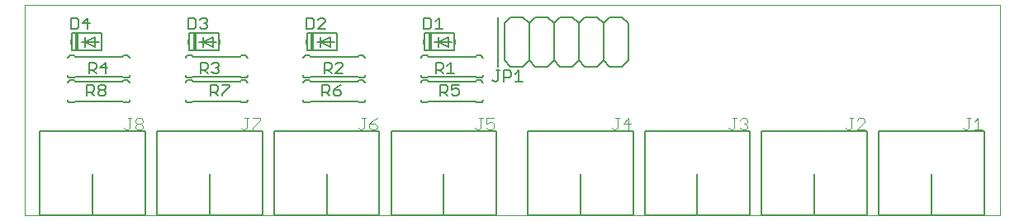
<source format=gto>
G75*
%MOIN*%
%OFA0B0*%
%FSLAX25Y25*%
%IPPOS*%
%LPD*%
%AMOC8*
5,1,8,0,0,1.08239X$1,22.5*
%
%ADD10C,0.00000*%
%ADD11C,0.00600*%
%ADD12C,0.00500*%
%ADD13R,0.01500X0.07000*%
%ADD14R,0.00500X0.02000*%
%ADD15C,0.00400*%
D10*
X0001000Y0001250D02*
X0001000Y0086211D01*
X0394701Y0086211D01*
X0394701Y0001250D01*
X0001000Y0001250D01*
D11*
X0019500Y0046750D02*
X0021000Y0046750D01*
X0021500Y0047250D01*
X0040500Y0047250D01*
X0041000Y0046750D01*
X0042500Y0046750D01*
X0042560Y0046752D01*
X0042621Y0046757D01*
X0042680Y0046766D01*
X0042739Y0046779D01*
X0042798Y0046795D01*
X0042855Y0046815D01*
X0042910Y0046838D01*
X0042965Y0046865D01*
X0043017Y0046894D01*
X0043068Y0046927D01*
X0043117Y0046963D01*
X0043163Y0047001D01*
X0043207Y0047043D01*
X0043249Y0047087D01*
X0043287Y0047133D01*
X0043323Y0047182D01*
X0043356Y0047233D01*
X0043385Y0047285D01*
X0043412Y0047340D01*
X0043435Y0047395D01*
X0043455Y0047452D01*
X0043471Y0047511D01*
X0043484Y0047570D01*
X0043493Y0047629D01*
X0043498Y0047690D01*
X0043500Y0047750D01*
X0066000Y0047750D02*
X0066002Y0047690D01*
X0066007Y0047629D01*
X0066016Y0047570D01*
X0066029Y0047511D01*
X0066045Y0047452D01*
X0066065Y0047395D01*
X0066088Y0047340D01*
X0066115Y0047285D01*
X0066144Y0047233D01*
X0066177Y0047182D01*
X0066213Y0047133D01*
X0066251Y0047087D01*
X0066293Y0047043D01*
X0066337Y0047001D01*
X0066383Y0046963D01*
X0066432Y0046927D01*
X0066483Y0046894D01*
X0066535Y0046865D01*
X0066590Y0046838D01*
X0066645Y0046815D01*
X0066702Y0046795D01*
X0066761Y0046779D01*
X0066820Y0046766D01*
X0066879Y0046757D01*
X0066940Y0046752D01*
X0067000Y0046750D01*
X0068500Y0046750D01*
X0069000Y0047250D01*
X0088000Y0047250D01*
X0088500Y0046750D01*
X0090000Y0046750D01*
X0090060Y0046752D01*
X0090121Y0046757D01*
X0090180Y0046766D01*
X0090239Y0046779D01*
X0090298Y0046795D01*
X0090355Y0046815D01*
X0090410Y0046838D01*
X0090465Y0046865D01*
X0090517Y0046894D01*
X0090568Y0046927D01*
X0090617Y0046963D01*
X0090663Y0047001D01*
X0090707Y0047043D01*
X0090749Y0047087D01*
X0090787Y0047133D01*
X0090823Y0047182D01*
X0090856Y0047233D01*
X0090885Y0047285D01*
X0090912Y0047340D01*
X0090935Y0047395D01*
X0090955Y0047452D01*
X0090971Y0047511D01*
X0090984Y0047570D01*
X0090993Y0047629D01*
X0090998Y0047690D01*
X0091000Y0047750D01*
X0113500Y0047750D02*
X0113502Y0047690D01*
X0113507Y0047629D01*
X0113516Y0047570D01*
X0113529Y0047511D01*
X0113545Y0047452D01*
X0113565Y0047395D01*
X0113588Y0047340D01*
X0113615Y0047285D01*
X0113644Y0047233D01*
X0113677Y0047182D01*
X0113713Y0047133D01*
X0113751Y0047087D01*
X0113793Y0047043D01*
X0113837Y0047001D01*
X0113883Y0046963D01*
X0113932Y0046927D01*
X0113983Y0046894D01*
X0114035Y0046865D01*
X0114090Y0046838D01*
X0114145Y0046815D01*
X0114202Y0046795D01*
X0114261Y0046779D01*
X0114320Y0046766D01*
X0114379Y0046757D01*
X0114440Y0046752D01*
X0114500Y0046750D01*
X0116000Y0046750D01*
X0116500Y0047250D01*
X0135500Y0047250D01*
X0136000Y0046750D01*
X0137500Y0046750D01*
X0137560Y0046752D01*
X0137621Y0046757D01*
X0137680Y0046766D01*
X0137739Y0046779D01*
X0137798Y0046795D01*
X0137855Y0046815D01*
X0137910Y0046838D01*
X0137965Y0046865D01*
X0138017Y0046894D01*
X0138068Y0046927D01*
X0138117Y0046963D01*
X0138163Y0047001D01*
X0138207Y0047043D01*
X0138249Y0047087D01*
X0138287Y0047133D01*
X0138323Y0047182D01*
X0138356Y0047233D01*
X0138385Y0047285D01*
X0138412Y0047340D01*
X0138435Y0047395D01*
X0138455Y0047452D01*
X0138471Y0047511D01*
X0138484Y0047570D01*
X0138493Y0047629D01*
X0138498Y0047690D01*
X0138500Y0047750D01*
X0161000Y0047750D02*
X0161002Y0047690D01*
X0161007Y0047629D01*
X0161016Y0047570D01*
X0161029Y0047511D01*
X0161045Y0047452D01*
X0161065Y0047395D01*
X0161088Y0047340D01*
X0161115Y0047285D01*
X0161144Y0047233D01*
X0161177Y0047182D01*
X0161213Y0047133D01*
X0161251Y0047087D01*
X0161293Y0047043D01*
X0161337Y0047001D01*
X0161383Y0046963D01*
X0161432Y0046927D01*
X0161483Y0046894D01*
X0161535Y0046865D01*
X0161590Y0046838D01*
X0161645Y0046815D01*
X0161702Y0046795D01*
X0161761Y0046779D01*
X0161820Y0046766D01*
X0161879Y0046757D01*
X0161940Y0046752D01*
X0162000Y0046750D01*
X0163500Y0046750D01*
X0164000Y0047250D01*
X0183000Y0047250D01*
X0183500Y0046750D01*
X0185000Y0046750D01*
X0185060Y0046752D01*
X0185121Y0046757D01*
X0185180Y0046766D01*
X0185239Y0046779D01*
X0185298Y0046795D01*
X0185355Y0046815D01*
X0185410Y0046838D01*
X0185465Y0046865D01*
X0185517Y0046894D01*
X0185568Y0046927D01*
X0185617Y0046963D01*
X0185663Y0047001D01*
X0185707Y0047043D01*
X0185749Y0047087D01*
X0185787Y0047133D01*
X0185823Y0047182D01*
X0185856Y0047233D01*
X0185885Y0047285D01*
X0185912Y0047340D01*
X0185935Y0047395D01*
X0185955Y0047452D01*
X0185971Y0047511D01*
X0185984Y0047570D01*
X0185993Y0047629D01*
X0185998Y0047690D01*
X0186000Y0047750D01*
X0186000Y0054750D02*
X0185998Y0054810D01*
X0185993Y0054871D01*
X0185984Y0054930D01*
X0185971Y0054989D01*
X0185955Y0055048D01*
X0185935Y0055105D01*
X0185912Y0055160D01*
X0185885Y0055215D01*
X0185856Y0055267D01*
X0185823Y0055318D01*
X0185787Y0055367D01*
X0185749Y0055413D01*
X0185707Y0055457D01*
X0185663Y0055499D01*
X0185617Y0055537D01*
X0185568Y0055573D01*
X0185517Y0055606D01*
X0185465Y0055635D01*
X0185410Y0055662D01*
X0185355Y0055685D01*
X0185298Y0055705D01*
X0185239Y0055721D01*
X0185180Y0055734D01*
X0185121Y0055743D01*
X0185060Y0055748D01*
X0185000Y0055750D01*
X0183500Y0055750D01*
X0183000Y0055250D01*
X0164000Y0055250D01*
X0163500Y0055750D01*
X0162000Y0055750D01*
X0161940Y0055748D01*
X0161879Y0055743D01*
X0161820Y0055734D01*
X0161761Y0055721D01*
X0161702Y0055705D01*
X0161645Y0055685D01*
X0161590Y0055662D01*
X0161535Y0055635D01*
X0161483Y0055606D01*
X0161432Y0055573D01*
X0161383Y0055537D01*
X0161337Y0055499D01*
X0161293Y0055457D01*
X0161251Y0055413D01*
X0161213Y0055367D01*
X0161177Y0055318D01*
X0161144Y0055267D01*
X0161115Y0055215D01*
X0161088Y0055160D01*
X0161065Y0055105D01*
X0161045Y0055048D01*
X0161029Y0054989D01*
X0161016Y0054930D01*
X0161007Y0054871D01*
X0161002Y0054810D01*
X0161000Y0054750D01*
X0162000Y0056750D02*
X0163500Y0056750D01*
X0164000Y0057250D01*
X0183000Y0057250D01*
X0183500Y0056750D01*
X0185000Y0056750D01*
X0185060Y0056752D01*
X0185121Y0056757D01*
X0185180Y0056766D01*
X0185239Y0056779D01*
X0185298Y0056795D01*
X0185355Y0056815D01*
X0185410Y0056838D01*
X0185465Y0056865D01*
X0185517Y0056894D01*
X0185568Y0056927D01*
X0185617Y0056963D01*
X0185663Y0057001D01*
X0185707Y0057043D01*
X0185749Y0057087D01*
X0185787Y0057133D01*
X0185823Y0057182D01*
X0185856Y0057233D01*
X0185885Y0057285D01*
X0185912Y0057340D01*
X0185935Y0057395D01*
X0185955Y0057452D01*
X0185971Y0057511D01*
X0185984Y0057570D01*
X0185993Y0057629D01*
X0185998Y0057690D01*
X0186000Y0057750D01*
X0194701Y0063750D02*
X0197201Y0061250D01*
X0202201Y0061250D01*
X0204701Y0063750D01*
X0204701Y0078750D01*
X0207201Y0081250D01*
X0212201Y0081250D01*
X0214701Y0078750D01*
X0214701Y0063750D01*
X0217201Y0061250D01*
X0222201Y0061250D01*
X0224701Y0063750D01*
X0224701Y0078750D01*
X0227201Y0081250D01*
X0232201Y0081250D01*
X0234701Y0078750D01*
X0237201Y0081250D01*
X0242201Y0081250D01*
X0244701Y0078750D01*
X0244701Y0063750D01*
X0242201Y0061250D01*
X0237201Y0061250D01*
X0234701Y0063750D01*
X0234701Y0078750D01*
X0224701Y0078750D02*
X0222201Y0081250D01*
X0217201Y0081250D01*
X0214701Y0078750D01*
X0204701Y0078750D02*
X0202201Y0081250D01*
X0197201Y0081250D01*
X0194701Y0078750D01*
X0194701Y0063750D01*
X0204701Y0063750D02*
X0207201Y0061250D01*
X0212201Y0061250D01*
X0214701Y0063750D01*
X0224701Y0063750D02*
X0227201Y0061250D01*
X0232201Y0061250D01*
X0234701Y0063750D01*
X0186000Y0064750D02*
X0185998Y0064810D01*
X0185993Y0064871D01*
X0185984Y0064930D01*
X0185971Y0064989D01*
X0185955Y0065048D01*
X0185935Y0065105D01*
X0185912Y0065160D01*
X0185885Y0065215D01*
X0185856Y0065267D01*
X0185823Y0065318D01*
X0185787Y0065367D01*
X0185749Y0065413D01*
X0185707Y0065457D01*
X0185663Y0065499D01*
X0185617Y0065537D01*
X0185568Y0065573D01*
X0185517Y0065606D01*
X0185465Y0065635D01*
X0185410Y0065662D01*
X0185355Y0065685D01*
X0185298Y0065705D01*
X0185239Y0065721D01*
X0185180Y0065734D01*
X0185121Y0065743D01*
X0185060Y0065748D01*
X0185000Y0065750D01*
X0183500Y0065750D01*
X0183000Y0065250D01*
X0164000Y0065250D01*
X0163500Y0065750D01*
X0162000Y0065750D01*
X0161940Y0065748D01*
X0161879Y0065743D01*
X0161820Y0065734D01*
X0161761Y0065721D01*
X0161702Y0065705D01*
X0161645Y0065685D01*
X0161590Y0065662D01*
X0161535Y0065635D01*
X0161483Y0065606D01*
X0161432Y0065573D01*
X0161383Y0065537D01*
X0161337Y0065499D01*
X0161293Y0065457D01*
X0161251Y0065413D01*
X0161213Y0065367D01*
X0161177Y0065318D01*
X0161144Y0065267D01*
X0161115Y0065215D01*
X0161088Y0065160D01*
X0161065Y0065105D01*
X0161045Y0065048D01*
X0161029Y0064989D01*
X0161016Y0064930D01*
X0161007Y0064871D01*
X0161002Y0064810D01*
X0161000Y0064750D01*
X0162500Y0067750D02*
X0162500Y0074750D01*
X0174500Y0074750D01*
X0174500Y0067750D01*
X0162500Y0067750D01*
X0168000Y0069250D02*
X0168000Y0071250D01*
X0168000Y0073250D01*
X0168000Y0071250D02*
X0172000Y0073250D01*
X0172000Y0069250D01*
X0168000Y0071250D01*
X0173500Y0071250D01*
X0168000Y0071250D02*
X0166500Y0071250D01*
X0137500Y0065750D02*
X0136000Y0065750D01*
X0135500Y0065250D01*
X0116500Y0065250D01*
X0116000Y0065750D01*
X0114500Y0065750D01*
X0114440Y0065748D01*
X0114379Y0065743D01*
X0114320Y0065734D01*
X0114261Y0065721D01*
X0114202Y0065705D01*
X0114145Y0065685D01*
X0114090Y0065662D01*
X0114035Y0065635D01*
X0113983Y0065606D01*
X0113932Y0065573D01*
X0113883Y0065537D01*
X0113837Y0065499D01*
X0113793Y0065457D01*
X0113751Y0065413D01*
X0113713Y0065367D01*
X0113677Y0065318D01*
X0113644Y0065267D01*
X0113615Y0065215D01*
X0113588Y0065160D01*
X0113565Y0065105D01*
X0113545Y0065048D01*
X0113529Y0064989D01*
X0113516Y0064930D01*
X0113507Y0064871D01*
X0113502Y0064810D01*
X0113500Y0064750D01*
X0115000Y0067750D02*
X0115000Y0074750D01*
X0127000Y0074750D01*
X0127000Y0067750D01*
X0115000Y0067750D01*
X0120500Y0069250D02*
X0120500Y0071250D01*
X0120500Y0073250D01*
X0120500Y0071250D02*
X0124500Y0073250D01*
X0124500Y0069250D01*
X0120500Y0071250D01*
X0126000Y0071250D01*
X0120500Y0071250D02*
X0119000Y0071250D01*
X0137500Y0065750D02*
X0137560Y0065748D01*
X0137621Y0065743D01*
X0137680Y0065734D01*
X0137739Y0065721D01*
X0137798Y0065705D01*
X0137855Y0065685D01*
X0137910Y0065662D01*
X0137965Y0065635D01*
X0138017Y0065606D01*
X0138068Y0065573D01*
X0138117Y0065537D01*
X0138163Y0065499D01*
X0138207Y0065457D01*
X0138249Y0065413D01*
X0138287Y0065367D01*
X0138323Y0065318D01*
X0138356Y0065267D01*
X0138385Y0065215D01*
X0138412Y0065160D01*
X0138435Y0065105D01*
X0138455Y0065048D01*
X0138471Y0064989D01*
X0138484Y0064930D01*
X0138493Y0064871D01*
X0138498Y0064810D01*
X0138500Y0064750D01*
X0138500Y0057750D02*
X0138498Y0057690D01*
X0138493Y0057629D01*
X0138484Y0057570D01*
X0138471Y0057511D01*
X0138455Y0057452D01*
X0138435Y0057395D01*
X0138412Y0057340D01*
X0138385Y0057285D01*
X0138356Y0057233D01*
X0138323Y0057182D01*
X0138287Y0057133D01*
X0138249Y0057087D01*
X0138207Y0057043D01*
X0138163Y0057001D01*
X0138117Y0056963D01*
X0138068Y0056927D01*
X0138017Y0056894D01*
X0137965Y0056865D01*
X0137910Y0056838D01*
X0137855Y0056815D01*
X0137798Y0056795D01*
X0137739Y0056779D01*
X0137680Y0056766D01*
X0137621Y0056757D01*
X0137560Y0056752D01*
X0137500Y0056750D01*
X0136000Y0056750D01*
X0135500Y0057250D01*
X0116500Y0057250D01*
X0116000Y0056750D01*
X0114500Y0056750D01*
X0114440Y0056752D01*
X0114379Y0056757D01*
X0114320Y0056766D01*
X0114261Y0056779D01*
X0114202Y0056795D01*
X0114145Y0056815D01*
X0114090Y0056838D01*
X0114035Y0056865D01*
X0113983Y0056894D01*
X0113932Y0056927D01*
X0113883Y0056963D01*
X0113837Y0057001D01*
X0113793Y0057043D01*
X0113751Y0057087D01*
X0113713Y0057133D01*
X0113677Y0057182D01*
X0113644Y0057233D01*
X0113615Y0057285D01*
X0113588Y0057340D01*
X0113565Y0057395D01*
X0113545Y0057452D01*
X0113529Y0057511D01*
X0113516Y0057570D01*
X0113507Y0057629D01*
X0113502Y0057690D01*
X0113500Y0057750D01*
X0114500Y0055750D02*
X0116000Y0055750D01*
X0116500Y0055250D01*
X0135500Y0055250D01*
X0136000Y0055750D01*
X0137500Y0055750D01*
X0137560Y0055748D01*
X0137621Y0055743D01*
X0137680Y0055734D01*
X0137739Y0055721D01*
X0137798Y0055705D01*
X0137855Y0055685D01*
X0137910Y0055662D01*
X0137965Y0055635D01*
X0138017Y0055606D01*
X0138068Y0055573D01*
X0138117Y0055537D01*
X0138163Y0055499D01*
X0138207Y0055457D01*
X0138249Y0055413D01*
X0138287Y0055367D01*
X0138323Y0055318D01*
X0138356Y0055267D01*
X0138385Y0055215D01*
X0138412Y0055160D01*
X0138435Y0055105D01*
X0138455Y0055048D01*
X0138471Y0054989D01*
X0138484Y0054930D01*
X0138493Y0054871D01*
X0138498Y0054810D01*
X0138500Y0054750D01*
X0161000Y0057750D02*
X0161002Y0057690D01*
X0161007Y0057629D01*
X0161016Y0057570D01*
X0161029Y0057511D01*
X0161045Y0057452D01*
X0161065Y0057395D01*
X0161088Y0057340D01*
X0161115Y0057285D01*
X0161144Y0057233D01*
X0161177Y0057182D01*
X0161213Y0057133D01*
X0161251Y0057087D01*
X0161293Y0057043D01*
X0161337Y0057001D01*
X0161383Y0056963D01*
X0161432Y0056927D01*
X0161483Y0056894D01*
X0161535Y0056865D01*
X0161590Y0056838D01*
X0161645Y0056815D01*
X0161702Y0056795D01*
X0161761Y0056779D01*
X0161820Y0056766D01*
X0161879Y0056757D01*
X0161940Y0056752D01*
X0162000Y0056750D01*
X0114500Y0055750D02*
X0114440Y0055748D01*
X0114379Y0055743D01*
X0114320Y0055734D01*
X0114261Y0055721D01*
X0114202Y0055705D01*
X0114145Y0055685D01*
X0114090Y0055662D01*
X0114035Y0055635D01*
X0113983Y0055606D01*
X0113932Y0055573D01*
X0113883Y0055537D01*
X0113837Y0055499D01*
X0113793Y0055457D01*
X0113751Y0055413D01*
X0113713Y0055367D01*
X0113677Y0055318D01*
X0113644Y0055267D01*
X0113615Y0055215D01*
X0113588Y0055160D01*
X0113565Y0055105D01*
X0113545Y0055048D01*
X0113529Y0054989D01*
X0113516Y0054930D01*
X0113507Y0054871D01*
X0113502Y0054810D01*
X0113500Y0054750D01*
X0091000Y0054750D02*
X0090998Y0054810D01*
X0090993Y0054871D01*
X0090984Y0054930D01*
X0090971Y0054989D01*
X0090955Y0055048D01*
X0090935Y0055105D01*
X0090912Y0055160D01*
X0090885Y0055215D01*
X0090856Y0055267D01*
X0090823Y0055318D01*
X0090787Y0055367D01*
X0090749Y0055413D01*
X0090707Y0055457D01*
X0090663Y0055499D01*
X0090617Y0055537D01*
X0090568Y0055573D01*
X0090517Y0055606D01*
X0090465Y0055635D01*
X0090410Y0055662D01*
X0090355Y0055685D01*
X0090298Y0055705D01*
X0090239Y0055721D01*
X0090180Y0055734D01*
X0090121Y0055743D01*
X0090060Y0055748D01*
X0090000Y0055750D01*
X0088500Y0055750D01*
X0088000Y0055250D01*
X0069000Y0055250D01*
X0068500Y0055750D01*
X0067000Y0055750D01*
X0066940Y0055748D01*
X0066879Y0055743D01*
X0066820Y0055734D01*
X0066761Y0055721D01*
X0066702Y0055705D01*
X0066645Y0055685D01*
X0066590Y0055662D01*
X0066535Y0055635D01*
X0066483Y0055606D01*
X0066432Y0055573D01*
X0066383Y0055537D01*
X0066337Y0055499D01*
X0066293Y0055457D01*
X0066251Y0055413D01*
X0066213Y0055367D01*
X0066177Y0055318D01*
X0066144Y0055267D01*
X0066115Y0055215D01*
X0066088Y0055160D01*
X0066065Y0055105D01*
X0066045Y0055048D01*
X0066029Y0054989D01*
X0066016Y0054930D01*
X0066007Y0054871D01*
X0066002Y0054810D01*
X0066000Y0054750D01*
X0067000Y0056750D02*
X0068500Y0056750D01*
X0069000Y0057250D01*
X0088000Y0057250D01*
X0088500Y0056750D01*
X0090000Y0056750D01*
X0090060Y0056752D01*
X0090121Y0056757D01*
X0090180Y0056766D01*
X0090239Y0056779D01*
X0090298Y0056795D01*
X0090355Y0056815D01*
X0090410Y0056838D01*
X0090465Y0056865D01*
X0090517Y0056894D01*
X0090568Y0056927D01*
X0090617Y0056963D01*
X0090663Y0057001D01*
X0090707Y0057043D01*
X0090749Y0057087D01*
X0090787Y0057133D01*
X0090823Y0057182D01*
X0090856Y0057233D01*
X0090885Y0057285D01*
X0090912Y0057340D01*
X0090935Y0057395D01*
X0090955Y0057452D01*
X0090971Y0057511D01*
X0090984Y0057570D01*
X0090993Y0057629D01*
X0090998Y0057690D01*
X0091000Y0057750D01*
X0067000Y0056750D02*
X0066940Y0056752D01*
X0066879Y0056757D01*
X0066820Y0056766D01*
X0066761Y0056779D01*
X0066702Y0056795D01*
X0066645Y0056815D01*
X0066590Y0056838D01*
X0066535Y0056865D01*
X0066483Y0056894D01*
X0066432Y0056927D01*
X0066383Y0056963D01*
X0066337Y0057001D01*
X0066293Y0057043D01*
X0066251Y0057087D01*
X0066213Y0057133D01*
X0066177Y0057182D01*
X0066144Y0057233D01*
X0066115Y0057285D01*
X0066088Y0057340D01*
X0066065Y0057395D01*
X0066045Y0057452D01*
X0066029Y0057511D01*
X0066016Y0057570D01*
X0066007Y0057629D01*
X0066002Y0057690D01*
X0066000Y0057750D01*
X0043500Y0057750D02*
X0043498Y0057690D01*
X0043493Y0057629D01*
X0043484Y0057570D01*
X0043471Y0057511D01*
X0043455Y0057452D01*
X0043435Y0057395D01*
X0043412Y0057340D01*
X0043385Y0057285D01*
X0043356Y0057233D01*
X0043323Y0057182D01*
X0043287Y0057133D01*
X0043249Y0057087D01*
X0043207Y0057043D01*
X0043163Y0057001D01*
X0043117Y0056963D01*
X0043068Y0056927D01*
X0043017Y0056894D01*
X0042965Y0056865D01*
X0042910Y0056838D01*
X0042855Y0056815D01*
X0042798Y0056795D01*
X0042739Y0056779D01*
X0042680Y0056766D01*
X0042621Y0056757D01*
X0042560Y0056752D01*
X0042500Y0056750D01*
X0041000Y0056750D01*
X0040500Y0057250D01*
X0021500Y0057250D01*
X0021000Y0056750D01*
X0019500Y0056750D01*
X0019440Y0056752D01*
X0019379Y0056757D01*
X0019320Y0056766D01*
X0019261Y0056779D01*
X0019202Y0056795D01*
X0019145Y0056815D01*
X0019090Y0056838D01*
X0019035Y0056865D01*
X0018983Y0056894D01*
X0018932Y0056927D01*
X0018883Y0056963D01*
X0018837Y0057001D01*
X0018793Y0057043D01*
X0018751Y0057087D01*
X0018713Y0057133D01*
X0018677Y0057182D01*
X0018644Y0057233D01*
X0018615Y0057285D01*
X0018588Y0057340D01*
X0018565Y0057395D01*
X0018545Y0057452D01*
X0018529Y0057511D01*
X0018516Y0057570D01*
X0018507Y0057629D01*
X0018502Y0057690D01*
X0018500Y0057750D01*
X0019500Y0055750D02*
X0021000Y0055750D01*
X0021500Y0055250D01*
X0040500Y0055250D01*
X0041000Y0055750D01*
X0042500Y0055750D01*
X0042560Y0055748D01*
X0042621Y0055743D01*
X0042680Y0055734D01*
X0042739Y0055721D01*
X0042798Y0055705D01*
X0042855Y0055685D01*
X0042910Y0055662D01*
X0042965Y0055635D01*
X0043017Y0055606D01*
X0043068Y0055573D01*
X0043117Y0055537D01*
X0043163Y0055499D01*
X0043207Y0055457D01*
X0043249Y0055413D01*
X0043287Y0055367D01*
X0043323Y0055318D01*
X0043356Y0055267D01*
X0043385Y0055215D01*
X0043412Y0055160D01*
X0043435Y0055105D01*
X0043455Y0055048D01*
X0043471Y0054989D01*
X0043484Y0054930D01*
X0043493Y0054871D01*
X0043498Y0054810D01*
X0043500Y0054750D01*
X0019500Y0055750D02*
X0019440Y0055748D01*
X0019379Y0055743D01*
X0019320Y0055734D01*
X0019261Y0055721D01*
X0019202Y0055705D01*
X0019145Y0055685D01*
X0019090Y0055662D01*
X0019035Y0055635D01*
X0018983Y0055606D01*
X0018932Y0055573D01*
X0018883Y0055537D01*
X0018837Y0055499D01*
X0018793Y0055457D01*
X0018751Y0055413D01*
X0018713Y0055367D01*
X0018677Y0055318D01*
X0018644Y0055267D01*
X0018615Y0055215D01*
X0018588Y0055160D01*
X0018565Y0055105D01*
X0018545Y0055048D01*
X0018529Y0054989D01*
X0018516Y0054930D01*
X0018507Y0054871D01*
X0018502Y0054810D01*
X0018500Y0054750D01*
X0018500Y0047750D02*
X0018502Y0047690D01*
X0018507Y0047629D01*
X0018516Y0047570D01*
X0018529Y0047511D01*
X0018545Y0047452D01*
X0018565Y0047395D01*
X0018588Y0047340D01*
X0018615Y0047285D01*
X0018644Y0047233D01*
X0018677Y0047182D01*
X0018713Y0047133D01*
X0018751Y0047087D01*
X0018793Y0047043D01*
X0018837Y0047001D01*
X0018883Y0046963D01*
X0018932Y0046927D01*
X0018983Y0046894D01*
X0019035Y0046865D01*
X0019090Y0046838D01*
X0019145Y0046815D01*
X0019202Y0046795D01*
X0019261Y0046779D01*
X0019320Y0046766D01*
X0019379Y0046757D01*
X0019440Y0046752D01*
X0019500Y0046750D01*
X0018500Y0064750D02*
X0018502Y0064810D01*
X0018507Y0064871D01*
X0018516Y0064930D01*
X0018529Y0064989D01*
X0018545Y0065048D01*
X0018565Y0065105D01*
X0018588Y0065160D01*
X0018615Y0065215D01*
X0018644Y0065267D01*
X0018677Y0065318D01*
X0018713Y0065367D01*
X0018751Y0065413D01*
X0018793Y0065457D01*
X0018837Y0065499D01*
X0018883Y0065537D01*
X0018932Y0065573D01*
X0018983Y0065606D01*
X0019035Y0065635D01*
X0019090Y0065662D01*
X0019145Y0065685D01*
X0019202Y0065705D01*
X0019261Y0065721D01*
X0019320Y0065734D01*
X0019379Y0065743D01*
X0019440Y0065748D01*
X0019500Y0065750D01*
X0021000Y0065750D01*
X0021500Y0065250D01*
X0040500Y0065250D01*
X0041000Y0065750D01*
X0042500Y0065750D01*
X0042560Y0065748D01*
X0042621Y0065743D01*
X0042680Y0065734D01*
X0042739Y0065721D01*
X0042798Y0065705D01*
X0042855Y0065685D01*
X0042910Y0065662D01*
X0042965Y0065635D01*
X0043017Y0065606D01*
X0043068Y0065573D01*
X0043117Y0065537D01*
X0043163Y0065499D01*
X0043207Y0065457D01*
X0043249Y0065413D01*
X0043287Y0065367D01*
X0043323Y0065318D01*
X0043356Y0065267D01*
X0043385Y0065215D01*
X0043412Y0065160D01*
X0043435Y0065105D01*
X0043455Y0065048D01*
X0043471Y0064989D01*
X0043484Y0064930D01*
X0043493Y0064871D01*
X0043498Y0064810D01*
X0043500Y0064750D01*
X0032000Y0067750D02*
X0032000Y0074750D01*
X0020000Y0074750D01*
X0020000Y0067750D01*
X0032000Y0067750D01*
X0029500Y0069250D02*
X0025500Y0071250D01*
X0025500Y0069250D01*
X0029500Y0069250D02*
X0029500Y0073250D01*
X0025500Y0071250D01*
X0025500Y0073250D01*
X0025500Y0071250D02*
X0031000Y0071250D01*
X0025500Y0071250D02*
X0024000Y0071250D01*
X0067000Y0065750D02*
X0068500Y0065750D01*
X0069000Y0065250D01*
X0088000Y0065250D01*
X0088500Y0065750D01*
X0090000Y0065750D01*
X0090060Y0065748D01*
X0090121Y0065743D01*
X0090180Y0065734D01*
X0090239Y0065721D01*
X0090298Y0065705D01*
X0090355Y0065685D01*
X0090410Y0065662D01*
X0090465Y0065635D01*
X0090517Y0065606D01*
X0090568Y0065573D01*
X0090617Y0065537D01*
X0090663Y0065499D01*
X0090707Y0065457D01*
X0090749Y0065413D01*
X0090787Y0065367D01*
X0090823Y0065318D01*
X0090856Y0065267D01*
X0090885Y0065215D01*
X0090912Y0065160D01*
X0090935Y0065105D01*
X0090955Y0065048D01*
X0090971Y0064989D01*
X0090984Y0064930D01*
X0090993Y0064871D01*
X0090998Y0064810D01*
X0091000Y0064750D01*
X0079500Y0067750D02*
X0079500Y0074750D01*
X0067500Y0074750D01*
X0067500Y0067750D01*
X0079500Y0067750D01*
X0077000Y0069250D02*
X0073000Y0071250D01*
X0073000Y0069250D01*
X0077000Y0069250D02*
X0077000Y0073250D01*
X0073000Y0071250D01*
X0073000Y0073250D01*
X0073000Y0071250D02*
X0078500Y0071250D01*
X0073000Y0071250D02*
X0071500Y0071250D01*
X0067000Y0065750D02*
X0066940Y0065748D01*
X0066879Y0065743D01*
X0066820Y0065734D01*
X0066761Y0065721D01*
X0066702Y0065705D01*
X0066645Y0065685D01*
X0066590Y0065662D01*
X0066535Y0065635D01*
X0066483Y0065606D01*
X0066432Y0065573D01*
X0066383Y0065537D01*
X0066337Y0065499D01*
X0066293Y0065457D01*
X0066251Y0065413D01*
X0066213Y0065367D01*
X0066177Y0065318D01*
X0066144Y0065267D01*
X0066115Y0065215D01*
X0066088Y0065160D01*
X0066065Y0065105D01*
X0066045Y0065048D01*
X0066029Y0064989D01*
X0066016Y0064930D01*
X0066007Y0064871D01*
X0066002Y0064810D01*
X0066000Y0064750D01*
D12*
X0072042Y0063004D02*
X0074294Y0063004D01*
X0075045Y0062253D01*
X0075045Y0060752D01*
X0074294Y0060001D01*
X0072042Y0060001D01*
X0072042Y0058500D02*
X0072042Y0063004D01*
X0076646Y0062253D02*
X0077397Y0063004D01*
X0078898Y0063004D01*
X0079649Y0062253D01*
X0079649Y0061503D01*
X0078898Y0060752D01*
X0079649Y0060001D01*
X0079649Y0059251D01*
X0078898Y0058500D01*
X0077397Y0058500D01*
X0076646Y0059251D01*
X0075045Y0058500D02*
X0073543Y0060001D01*
X0078147Y0060752D02*
X0078898Y0060752D01*
X0078502Y0054004D02*
X0079253Y0053253D01*
X0079253Y0051752D01*
X0078502Y0051001D01*
X0076250Y0051001D01*
X0077751Y0051001D02*
X0079253Y0049500D01*
X0080854Y0049500D02*
X0080854Y0050251D01*
X0083856Y0053253D01*
X0083856Y0054004D01*
X0080854Y0054004D01*
X0078502Y0054004D02*
X0076250Y0054004D01*
X0076250Y0049500D01*
X0033856Y0050251D02*
X0033106Y0049500D01*
X0031605Y0049500D01*
X0030854Y0050251D01*
X0030854Y0051001D01*
X0031605Y0051752D01*
X0033106Y0051752D01*
X0033856Y0051001D01*
X0033856Y0050251D01*
X0029253Y0049500D02*
X0027751Y0051001D01*
X0028502Y0051001D02*
X0026250Y0051001D01*
X0028502Y0051001D02*
X0029253Y0051752D01*
X0029253Y0053253D01*
X0028502Y0054004D01*
X0026250Y0054004D01*
X0026250Y0049500D01*
X0030854Y0052503D02*
X0031605Y0051752D01*
X0030854Y0052503D02*
X0030854Y0053253D01*
X0031605Y0054004D01*
X0033106Y0054004D01*
X0033856Y0053253D01*
X0033856Y0052503D01*
X0033106Y0051752D01*
X0033898Y0058500D02*
X0033898Y0063004D01*
X0031646Y0060752D01*
X0034649Y0060752D01*
X0030045Y0060752D02*
X0029294Y0060001D01*
X0027042Y0060001D01*
X0027042Y0058500D02*
X0027042Y0063004D01*
X0029294Y0063004D01*
X0030045Y0062253D01*
X0030045Y0060752D01*
X0028543Y0060001D02*
X0030045Y0058500D01*
X0026606Y0076500D02*
X0026606Y0081004D01*
X0024354Y0078752D01*
X0027356Y0078752D01*
X0022753Y0077251D02*
X0022753Y0080253D01*
X0022002Y0081004D01*
X0019750Y0081004D01*
X0019750Y0076500D01*
X0022002Y0076500D01*
X0022753Y0077251D01*
X0067250Y0076500D02*
X0069502Y0076500D01*
X0070253Y0077251D01*
X0070253Y0080253D01*
X0069502Y0081004D01*
X0067250Y0081004D01*
X0067250Y0076500D01*
X0071854Y0077251D02*
X0072605Y0076500D01*
X0074106Y0076500D01*
X0074856Y0077251D01*
X0074856Y0078001D01*
X0074106Y0078752D01*
X0073355Y0078752D01*
X0074106Y0078752D02*
X0074856Y0079503D01*
X0074856Y0080253D01*
X0074106Y0081004D01*
X0072605Y0081004D01*
X0071854Y0080253D01*
X0114750Y0081004D02*
X0114750Y0076500D01*
X0117002Y0076500D01*
X0117753Y0077251D01*
X0117753Y0080253D01*
X0117002Y0081004D01*
X0114750Y0081004D01*
X0119354Y0080253D02*
X0120105Y0081004D01*
X0121606Y0081004D01*
X0122356Y0080253D01*
X0122356Y0079503D01*
X0119354Y0076500D01*
X0122356Y0076500D01*
X0162250Y0076500D02*
X0164502Y0076500D01*
X0165253Y0077251D01*
X0165253Y0080253D01*
X0164502Y0081004D01*
X0162250Y0081004D01*
X0162250Y0076500D01*
X0166854Y0076500D02*
X0169856Y0076500D01*
X0168355Y0076500D02*
X0168355Y0081004D01*
X0166854Y0079503D01*
X0192201Y0081250D02*
X0192201Y0061250D01*
X0192190Y0059705D02*
X0192190Y0055951D01*
X0191439Y0055201D01*
X0190689Y0055201D01*
X0189938Y0055951D01*
X0194542Y0055201D02*
X0194542Y0059705D01*
X0196794Y0059705D01*
X0197545Y0058954D01*
X0197545Y0057453D01*
X0196794Y0056702D01*
X0194542Y0056702D01*
X0199146Y0058203D02*
X0200647Y0059705D01*
X0200647Y0055201D01*
X0199146Y0055201D02*
X0202149Y0055201D01*
X0192941Y0059705D02*
X0191439Y0059705D01*
X0174649Y0058500D02*
X0171646Y0058500D01*
X0173147Y0058500D02*
X0173147Y0063004D01*
X0171646Y0061503D01*
X0170045Y0062253D02*
X0170045Y0060752D01*
X0169294Y0060001D01*
X0167042Y0060001D01*
X0167042Y0058500D02*
X0167042Y0063004D01*
X0169294Y0063004D01*
X0170045Y0062253D01*
X0168543Y0060001D02*
X0170045Y0058500D01*
X0171002Y0054004D02*
X0168750Y0054004D01*
X0168750Y0049500D01*
X0170251Y0051001D02*
X0171753Y0049500D01*
X0173354Y0050251D02*
X0174105Y0049500D01*
X0175606Y0049500D01*
X0176356Y0050251D01*
X0176356Y0051752D01*
X0175606Y0052503D01*
X0174855Y0052503D01*
X0173354Y0051752D01*
X0173354Y0054004D01*
X0176356Y0054004D01*
X0171753Y0053253D02*
X0171753Y0051752D01*
X0171002Y0051001D01*
X0168750Y0051001D01*
X0171002Y0054004D02*
X0171753Y0053253D01*
X0129649Y0058500D02*
X0126646Y0058500D01*
X0129649Y0061503D01*
X0129649Y0062253D01*
X0128898Y0063004D01*
X0127397Y0063004D01*
X0126646Y0062253D01*
X0125045Y0062253D02*
X0124294Y0063004D01*
X0122042Y0063004D01*
X0122042Y0058500D01*
X0122042Y0060001D02*
X0124294Y0060001D01*
X0125045Y0060752D01*
X0125045Y0062253D01*
X0123543Y0060001D02*
X0125045Y0058500D01*
X0123502Y0054004D02*
X0121250Y0054004D01*
X0121250Y0049500D01*
X0122751Y0051001D02*
X0124253Y0049500D01*
X0125854Y0050251D02*
X0126605Y0049500D01*
X0128106Y0049500D01*
X0128856Y0050251D01*
X0128856Y0051001D01*
X0128106Y0051752D01*
X0125854Y0051752D01*
X0125854Y0050251D01*
X0124253Y0051752D02*
X0123502Y0051001D01*
X0121250Y0051001D01*
X0124253Y0051752D02*
X0124253Y0053253D01*
X0123502Y0054004D01*
X0125854Y0051752D02*
X0127355Y0053253D01*
X0128856Y0054004D01*
X0144307Y0035108D02*
X0101787Y0035108D01*
X0101787Y0001250D01*
X0123047Y0001250D01*
X0123047Y0017785D01*
X0075803Y0017785D02*
X0075803Y0001250D01*
X0054543Y0001250D01*
X0054543Y0035108D01*
X0097063Y0035108D01*
X0097063Y0001250D01*
X0075803Y0001250D01*
X0049819Y0001250D02*
X0049819Y0035108D01*
X0007299Y0035108D01*
X0007299Y0001250D01*
X0028559Y0001250D01*
X0028559Y0017785D01*
X0028559Y0001250D02*
X0049819Y0001250D01*
X0123047Y0001250D02*
X0144307Y0001250D01*
X0144307Y0035108D01*
X0149031Y0035108D02*
X0191551Y0035108D01*
X0191551Y0001250D01*
X0170291Y0001250D01*
X0170291Y0017785D01*
X0225409Y0017785D02*
X0225409Y0001250D01*
X0204150Y0001250D01*
X0204150Y0035108D01*
X0246669Y0035108D01*
X0246669Y0001250D01*
X0225409Y0001250D01*
X0251394Y0001250D02*
X0251394Y0035108D01*
X0293913Y0035108D01*
X0293913Y0001250D01*
X0272654Y0001250D01*
X0272654Y0017785D01*
X0319898Y0017785D02*
X0319898Y0001250D01*
X0298638Y0001250D01*
X0298638Y0035108D01*
X0341157Y0035108D01*
X0341157Y0001250D01*
X0319898Y0001250D01*
X0345882Y0001250D02*
X0345882Y0035108D01*
X0388402Y0035108D01*
X0388402Y0001250D01*
X0367142Y0001250D01*
X0367142Y0017785D01*
X0367142Y0001250D02*
X0345882Y0001250D01*
X0272654Y0001250D02*
X0251394Y0001250D01*
X0170291Y0001250D02*
X0149031Y0001250D01*
X0149031Y0035108D01*
D13*
X0164750Y0071250D03*
X0117250Y0071250D03*
X0069750Y0071250D03*
X0022250Y0071250D03*
D14*
X0019750Y0071250D03*
X0032250Y0071250D03*
X0067250Y0071250D03*
X0079750Y0071250D03*
X0114750Y0071250D03*
X0127250Y0071250D03*
X0162250Y0071250D03*
X0174750Y0071250D03*
D15*
X0184472Y0040424D02*
X0186006Y0040424D01*
X0185239Y0040424D02*
X0185239Y0036587D01*
X0184472Y0035820D01*
X0183704Y0035820D01*
X0182937Y0036587D01*
X0187541Y0036587D02*
X0188308Y0035820D01*
X0189843Y0035820D01*
X0190610Y0036587D01*
X0190610Y0038122D01*
X0189843Y0038889D01*
X0189076Y0038889D01*
X0187541Y0038122D01*
X0187541Y0040424D01*
X0190610Y0040424D01*
X0143366Y0040424D02*
X0141831Y0039657D01*
X0140297Y0038122D01*
X0142599Y0038122D01*
X0143366Y0037355D01*
X0143366Y0036587D01*
X0142599Y0035820D01*
X0141064Y0035820D01*
X0140297Y0036587D01*
X0140297Y0038122D01*
X0137995Y0036587D02*
X0137995Y0040424D01*
X0137228Y0040424D02*
X0138762Y0040424D01*
X0137995Y0036587D02*
X0137228Y0035820D01*
X0136460Y0035820D01*
X0135693Y0036587D01*
X0096122Y0039657D02*
X0093053Y0036587D01*
X0093053Y0035820D01*
X0090751Y0036587D02*
X0090751Y0040424D01*
X0091518Y0040424D02*
X0089983Y0040424D01*
X0093053Y0040424D02*
X0096122Y0040424D01*
X0096122Y0039657D01*
X0090751Y0036587D02*
X0089983Y0035820D01*
X0089216Y0035820D01*
X0088449Y0036587D01*
X0048878Y0036587D02*
X0048111Y0035820D01*
X0046576Y0035820D01*
X0045809Y0036587D01*
X0045809Y0037355D01*
X0046576Y0038122D01*
X0048111Y0038122D01*
X0048878Y0037355D01*
X0048878Y0036587D01*
X0048111Y0038122D02*
X0048878Y0038889D01*
X0048878Y0039657D01*
X0048111Y0040424D01*
X0046576Y0040424D01*
X0045809Y0039657D01*
X0045809Y0038889D01*
X0046576Y0038122D01*
X0043507Y0036587D02*
X0043507Y0040424D01*
X0044274Y0040424D02*
X0042739Y0040424D01*
X0043507Y0036587D02*
X0042739Y0035820D01*
X0041972Y0035820D01*
X0041205Y0036587D01*
X0238055Y0036587D02*
X0238822Y0035820D01*
X0239590Y0035820D01*
X0240357Y0036587D01*
X0240357Y0040424D01*
X0239590Y0040424D02*
X0241124Y0040424D01*
X0242659Y0038122D02*
X0244961Y0040424D01*
X0244961Y0035820D01*
X0245728Y0038122D02*
X0242659Y0038122D01*
X0285299Y0036587D02*
X0286067Y0035820D01*
X0286834Y0035820D01*
X0287601Y0036587D01*
X0287601Y0040424D01*
X0286834Y0040424D02*
X0288369Y0040424D01*
X0289903Y0039657D02*
X0290670Y0040424D01*
X0292205Y0040424D01*
X0292972Y0039657D01*
X0292972Y0038889D01*
X0292205Y0038122D01*
X0292972Y0037355D01*
X0292972Y0036587D01*
X0292205Y0035820D01*
X0290670Y0035820D01*
X0289903Y0036587D01*
X0291438Y0038122D02*
X0292205Y0038122D01*
X0332543Y0036587D02*
X0333311Y0035820D01*
X0334078Y0035820D01*
X0334845Y0036587D01*
X0334845Y0040424D01*
X0334078Y0040424D02*
X0335613Y0040424D01*
X0337147Y0039657D02*
X0337915Y0040424D01*
X0339449Y0040424D01*
X0340217Y0039657D01*
X0340217Y0038889D01*
X0337147Y0035820D01*
X0340217Y0035820D01*
X0379787Y0036587D02*
X0380555Y0035820D01*
X0381322Y0035820D01*
X0382089Y0036587D01*
X0382089Y0040424D01*
X0381322Y0040424D02*
X0382857Y0040424D01*
X0384391Y0038889D02*
X0385926Y0040424D01*
X0385926Y0035820D01*
X0384391Y0035820D02*
X0387461Y0035820D01*
M02*

</source>
